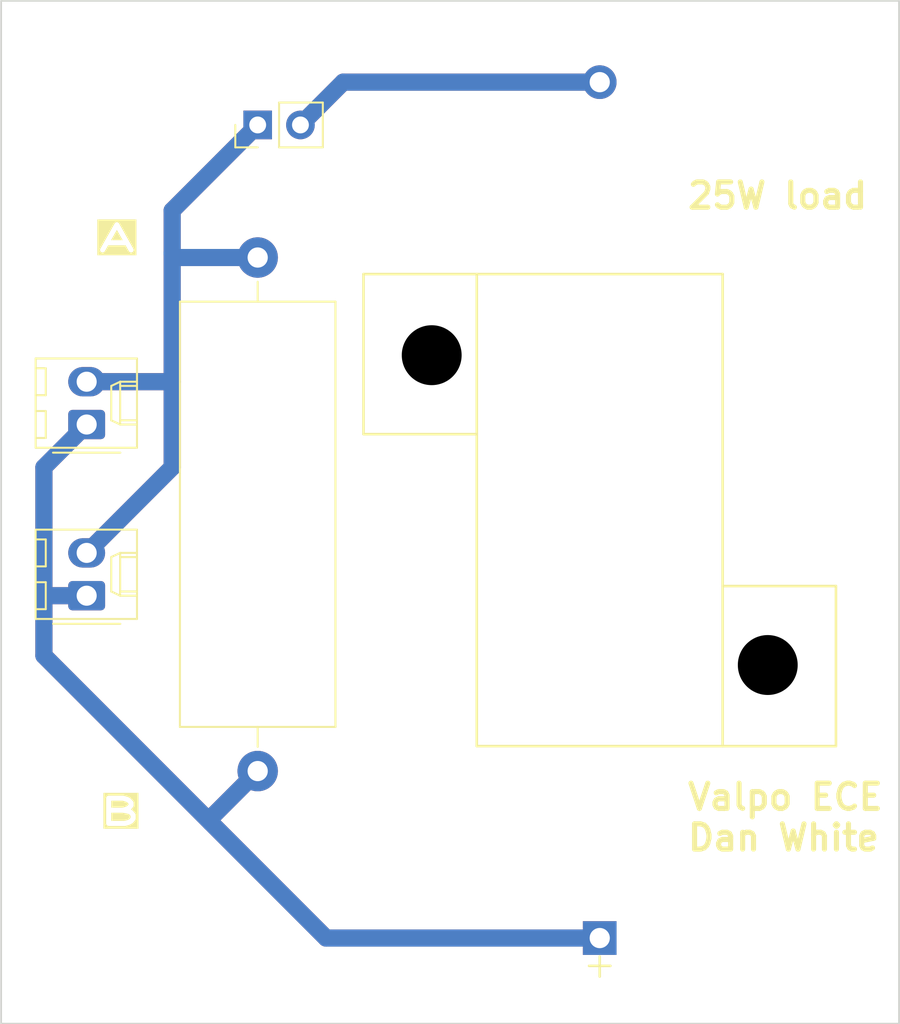
<source format=kicad_pcb>
(kicad_pcb (version 20221018) (generator pcbnew)
  (layers (0 "F.Cu" signal) (31 "B.Cu" signal) (34 "B.Paste" user) (35 "F.Paste" user) (36 "B.SilkS" user "B.Silkscreen") (37 "F.SilkS" user "F.Silkscreen") (38 "B.Mask" user) (39 "F.Mask" user) (44 "Edge.Cuts" user))
  (net 0 "")
  (net 1 "Net-(JP1-B)")
  (net 2 "/a")
  (net 3 "/b")
  (footprint "MountingHole:MountingHole_3.2mm_M3" (layer "F.Cu") (at 170.18 66.04)
    (fp_text reference "H2" hide)
    (fp_text value "MountingHole")
    (pad "" np_thru_hole circle (at 0 0) (size 3.2 3.2) (drill 3.2) (layers "*.Cu" "*.Mask"))
  )
  (footprint "Connector_Molex:Molex_KK-254_AE-6410-02A_1x02_P2.54mm_Vertical" (layer "F.Cu") (at 170.18 86.36 90)
    (fp_text reference "J1" hide)
    (fp_text value "Conn_01x02")
    (fp_line (start -1.67 -2) (end -1.67 2) (stroke (width 0.12)) (layer "F.SilkS"))
    (fp_line (start -1.38 -3.03) (end -1.38 2.99) (stroke (width 0.12)) (layer "F.SilkS"))
    (fp_line (start -1.38 2.99) (end 3.92 2.99) (stroke (width 0.12)) (layer "F.SilkS"))
    (fp_line (start -0.8 -3.03) (end -0.8 -2.43) (stroke (width 0.12)) (layer "F.SilkS"))
    (fp_line (start -0.8 -2.43) (end 0.8 -2.43) (stroke (width 0.12)) (layer "F.SilkS"))
    (fp_line (start 0 1.99) (end 0.25 1.46) (stroke (width 0.12)) (layer "F.SilkS"))
    (fp_line (start 0 1.99) (end 2.54 1.99) (stroke (width 0.12)) (layer "F.SilkS"))
    (fp_line (start 0 2.99) (end 0 1.99) (stroke (width 0.12)) (layer "F.SilkS"))
    (fp_line (start 0.25 1.46) (end 2.29 1.46) (stroke (width 0.12)) (layer "F.SilkS"))
    (fp_line (start 0.25 2.99) (end 0.25 1.99) (stroke (width 0.12)) (layer "F.SilkS"))
    (fp_line (start 0.8 -2.43) (end 0.8 -3.03) (stroke (width 0.12)) (layer "F.SilkS"))
    (fp_line (start 1.74 -3.03) (end 1.74 -2.43) (stroke (width 0.12)) (layer "F.SilkS"))
    (fp_line (start 1.74 -2.43) (end 3.34 -2.43) (stroke (width 0.12)) (layer "F.SilkS"))
    (fp_line (start 2.29 1.46) (end 2.54 1.99) (stroke (width 0.12)) (layer "F.SilkS"))
    (fp_line (start 2.29 2.99) (end 2.29 1.99) (stroke (width 0.12)) (layer "F.SilkS"))
    (fp_line (start 2.54 1.99) (end 2.54 2.99) (stroke (width 0.12)) (layer "F.SilkS"))
    (fp_line (start 3.34 -2.43) (end 3.34 -3.03) (stroke (width 0.12)) (layer "F.SilkS"))
    (fp_line (start 3.92 -3.03) (end -1.38 -3.03) (stroke (width 0.12)) (layer "F.SilkS"))
    (fp_line (start 3.92 2.99) (end 3.92 -3.03) (stroke (width 0.12)) (layer "F.SilkS"))
    (pad "1" thru_hole roundrect (at 0 0 90) (size 1.74 2.19) (drill 1.19) (layers "*.Cu" "*.Mask") (roundrect_rratio 0.1436781609) (net 3 "/b"))
    (pad "2" thru_hole oval (at 2.54 0 90) (size 1.74 2.19) (drill 1.19) (layers "*.Cu" "*.Mask") (net 2 "/a"))
  )
  (footprint "MountingHole:MountingHole_3.2mm_M3" (layer "F.Cu") (at 213.36 66.04)
    (fp_text reference "H1" hide)
    (fp_text value "MountingHole")
    (pad "" np_thru_hole circle (at 0 0) (size 3.2 3.2) (drill 3.2) (layers "*.Cu" "*.Mask"))
  )
  (footprint "MountingHole:MountingHole_3.2mm_M3" (layer "F.Cu") (at 170.18 116.84)
    (fp_text reference "H3" hide)
    (fp_text value "MountingHole")
    (pad "" np_thru_hole circle (at 0 0) (size 3.2 3.2) (drill 3.2) (layers "*.Cu" "*.Mask"))
  )
  (footprint "Resistor_THT:R_Axial_Power_L25.0mm_W9.0mm_P30.48mm" (layer "F.Cu") (at 180.34 76.449 -90)
    (fp_text reference "R1" hide)
    (fp_text value "270" hide)
    (fp_line (start 1.44 0) (end 2.62 0) (stroke (width 0.12)) (layer "F.SilkS"))
    (fp_line (start 2.62 -4.62) (end 2.62 4.62) (stroke (width 0.12)) (layer "F.SilkS"))
    (fp_line (start 2.62 4.62) (end 27.86 4.62) (stroke (width 0.12)) (layer "F.SilkS"))
    (fp_line (start 27.86 -4.62) (end 2.62 -4.62) (stroke (width 0.12)) (layer "F.SilkS"))
    (fp_line (start 27.86 4.62) (end 27.86 -4.62) (stroke (width 0.12)) (layer "F.SilkS"))
    (fp_line (start 29.04 0) (end 27.86 0) (stroke (width 0.12)) (layer "F.SilkS"))
    (pad "1" thru_hole circle (at 0 0 270) (size 2.4 2.4) (drill 1.2) (layers "*.Cu" "*.Mask") (net 2 "/a"))
    (pad "2" thru_hole oval (at 30.48 0 270) (size 2.4 2.4) (drill 1.2) (layers "*.Cu" "*.Mask") (net 3 "/b"))
  )
  (footprint "MountingHole:MountingHole_3.2mm_M3" (layer "F.Cu") (at 213.36 116.84)
    (fp_text reference "H4" hide)
    (fp_text value "MountingHole")
    (pad "" np_thru_hole circle (at 0 0) (size 3.2 3.2) (drill 3.2) (layers "*.Cu" "*.Mask"))
  )
  (footprint "Connector_PinHeader_2.54mm:PinHeader_1x02_P2.54mm_Vertical" (layer "F.Cu") (at 180.34 68.58 90)
    (fp_text reference "JP1" hide)
    (fp_text value "Jumper_2_Open")
    (fp_line (start -1.33 -1.33) (end 0 -1.33) (stroke (width 0.12)) (layer "F.SilkS"))
    (fp_line (start -1.33 0) (end -1.33 -1.33) (stroke (width 0.12)) (layer "F.SilkS"))
    (fp_line (start -1.33 1.27) (end -1.33 3.87) (stroke (width 0.12)) (layer "F.SilkS"))
    (fp_line (start -1.33 1.27) (end 1.33 1.27) (stroke (width 0.12)) (layer "F.SilkS"))
    (fp_line (start -1.33 3.87) (end 1.33 3.87) (stroke (width 0.12)) (layer "F.SilkS"))
    (fp_line (start 1.33 1.27) (end 1.33 3.87) (stroke (width 0.12)) (layer "F.SilkS"))
    (pad "1" thru_hole rect (at 0 0 90) (size 1.7 1.7) (drill 1) (layers "*.Cu" "*.Mask") (net 2 "/a"))
    (pad "2" thru_hole oval (at 0 2.54 90) (size 1.7 1.7) (drill 1) (layers "*.Cu" "*.Mask") (net 1 "Net-(JP1-B)"))
  )
  (footprint "footprints:KAL25FB25R0" (layer "F.Cu") (at 200.66 116.84 90)
    (fp_text reference "R2" hide)
    (fp_text value "25" hide)
    (fp_line (start -2.286 0) (end -1.09474 0) (stroke (width 0.1524)) (layer "F.SilkS"))
    (fp_line (start -1.651 -0.635) (end -1.651 0.635) (stroke (width 0.1524)) (layer "F.SilkS"))
    (fp_line (start 11.3919 -7.3025) (end 11.3919 7.3025) (stroke (width 0.1524)) (layer "F.SilkS"))
    (fp_line (start 11.3919 7.3025) (end 11.3919 14.0335) (stroke (width 0.1524)) (layer "F.SilkS"))
    (fp_line (start 11.3919 7.3025) (end 39.4081 7.3025) (stroke (width 0.1524)) (layer "F.SilkS"))
    (fp_line (start 11.3919 14.0335) (end 20.8915 14.0335) (stroke (width 0.1524)) (layer "F.SilkS"))
    (fp_line (start 20.8915 14.0335) (end 20.8915 7.3025) (stroke (width 0.1524)) (layer "F.SilkS"))
    (fp_line (start 29.9085 -14.0335) (end 29.9085 -7.3025) (stroke (width 0.1524)) (layer "F.SilkS"))
    (fp_line (start 39.4081 -14.0335) (end 29.9085 -14.0335) (stroke (width 0.1524)) (layer "F.SilkS"))
    (fp_line (start 39.4081 -7.3025) (end 11.3919 -7.3025) (stroke (width 0.1524)) (layer "F.SilkS"))
    (fp_line (start 39.4081 -7.3025) (end 39.4081 -14.0335) (stroke (width 0.1524)) (layer "F.SilkS"))
    (fp_line (start 39.4081 7.3025) (end 39.4081 -7.3025) (stroke (width 0.1524)) (layer "F.SilkS"))
    (pad "" np_thru_hole circle (at 16.2052 9.9822 90) (size 4.064 4.064) (drill 3.556) (layers))
    (pad "" np_thru_hole circle (at 34.5948 -9.9822 90) (size 4.064 4.064) (drill 3.556) (layers))
    (pad "1" thru_hole rect (at 0 0 90) (size 2 2) (drill 1.2) (layers "*.Cu" "*.Mask") (net 3 "/b"))
    (pad "2" thru_hole circle (at 50.8 0 90) (size 2 2) (drill 1.2) (layers "*.Cu" "*.Mask") (net 1 "Net-(JP1-B)"))
  )
  (footprint "Connector_Molex:Molex_KK-254_AE-6410-02A_1x02_P2.54mm_Vertical" (layer "F.Cu") (at 170.18 96.52 90)
    (fp_text reference "J2" hide)
    (fp_text value "Conn_01x02")
    (fp_line (start -1.67 -2) (end -1.67 2) (stroke (width 0.12)) (layer "F.SilkS"))
    (fp_line (start -1.38 -3.03) (end -1.38 2.99) (stroke (width 0.12)) (layer "F.SilkS"))
    (fp_line (start -1.38 2.99) (end 3.92 2.99) (stroke (width 0.12)) (layer "F.SilkS"))
    (fp_line (start -0.8 -3.03) (end -0.8 -2.43) (stroke (width 0.12)) (layer "F.SilkS"))
    (fp_line (start -0.8 -2.43) (end 0.8 -2.43) (stroke (width 0.12)) (layer "F.SilkS"))
    (fp_line (start 0 1.99) (end 0.25 1.46) (stroke (width 0.12)) (layer "F.SilkS"))
    (fp_line (start 0 1.99) (end 2.54 1.99) (stroke (width 0.12)) (layer "F.SilkS"))
    (fp_line (start 0 2.99) (end 0 1.99) (stroke (width 0.12)) (layer "F.SilkS"))
    (fp_line (start 0.25 1.46) (end 2.29 1.46) (stroke (width 0.12)) (layer "F.SilkS"))
    (fp_line (start 0.25 2.99) (end 0.25 1.99) (stroke (width 0.12)) (layer "F.SilkS"))
    (fp_line (start 0.8 -2.43) (end 0.8 -3.03) (stroke (width 0.12)) (layer "F.SilkS"))
    (fp_line (start 1.74 -3.03) (end 1.74 -2.43) (stroke (width 0.12)) (layer "F.SilkS"))
    (fp_line (start 1.74 -2.43) (end 3.34 -2.43) (stroke (width 0.12)) (layer "F.SilkS"))
    (fp_line (start 2.29 1.46) (end 2.54 1.99) (stroke (width 0.12)) (layer "F.SilkS"))
    (fp_line (start 2.29 2.99) (end 2.29 1.99) (stroke (width 0.12)) (layer "F.SilkS"))
    (fp_line (start 2.54 1.99) (end 2.54 2.99) (stroke (width 0.12)) (layer "F.SilkS"))
    (fp_line (start 3.34 -2.43) (end 3.34 -3.03) (stroke (width 0.12)) (layer "F.SilkS"))
    (fp_line (start 3.92 -3.03) (end -1.38 -3.03) (stroke (width 0.12)) (layer "F.SilkS"))
    (fp_line (start 3.92 2.99) (end 3.92 -3.03) (stroke (width 0.12)) (layer "F.SilkS"))
    (pad "1" thru_hole roundrect (at 0 0 90) (size 1.74 2.19) (drill 1.19) (layers "*.Cu" "*.Mask") (roundrect_rratio 0.1436781609) (net 3 "/b"))
    (pad "2" thru_hole oval (at 2.54 0 90) (size 1.74 2.19) (drill 1.19) (layers "*.Cu" "*.Mask") (net 2 "/a"))
  )
  (gr_rect (start 165.1 61.214) (end 218.44 121.92) (stroke (width 0.1)) (fill none) (layer "Edge.Cuts"))
  (gr_text "A" (at 170.688 76.2) (layer "F.SilkS" knockout) (effects (font (size 1.5 2.54) (thickness 0.3) bold) (justify left bottom)))
  (gr_text "25W load" (at 205.74 73.66) (layer "F.SilkS") (effects (font (size 1.5 1.5) (thickness 0.3) bold) (justify left bottom)))
  (gr_text "Valpo ECE\nDan White" (at 205.74 111.76) (layer "F.SilkS") (effects (font (size 1.5 1.5) (thickness 0.3) bold) (justify left bottom)))
  (gr_text "B" (at 170.688 110.236) (layer "F.SilkS" knockout) (effects (font (size 1.5 2.54) (thickness 0.3) bold) (justify left bottom)))
  (segment (start 200.66 66.04) (end 185.42 66.04) (width 1.016) (layer "F.Cu") (net 1))
  (segment (start 185.42 66.04) (end 182.88 68.58) (width 1.016) (layer "F.Cu") (net 1))
  (segment (start 185.42 66.04) (end 182.88 68.58) (width 1.016) (layer "B.Cu") (net 1))
  (segment (start 200.66 66.04) (end 185.42 66.04) (width 1.016) (layer "B.Cu") (net 1))
  (segment (start 175.26 88.9) (end 175.26 83.82) (width 1.016) (layer "F.Cu") (net 2))
  (segment (start 175.26 73.66) (end 180.34 68.58) (width 1.016) (layer "F.Cu") (net 2))
  (segment (start 170.18 93.98) (end 175.26 88.9) (width 1.016) (layer "F.Cu") (net 2))
  (segment (start 175.26 83.82) (end 170.18 83.82) (width 1.016) (layer "F.Cu") (net 2))
  (segment (start 175.26 83.82) (end 175.26 76.2) (width 1.016) (layer "F.Cu") (net 2))
  (segment (start 175.26 76.2) (end 175.509 76.449) (width 1.016) (layer "F.Cu") (net 2))
  (segment (start 175.26 76.2) (end 175.26 73.66) (width 1.016) (layer "F.Cu") (net 2))
  (segment (start 175.509 76.449) (end 180.34 76.449) (width 1.016) (layer "F.Cu") (net 2))
  (segment (start 175.26 83.82) (end 170.18 83.82) (width 1.016) (layer "B.Cu") (net 2))
  (segment (start 170.18 93.98) (end 175.26 88.9) (width 1.016) (layer "B.Cu") (net 2))
  (segment (start 175.26 76.2) (end 175.26 73.66) (width 1.016) (layer "B.Cu") (net 2))
  (segment (start 175.509 76.449) (end 180.34 76.449) (width 1.016) (layer "B.Cu") (net 2))
  (segment (start 175.26 88.9) (end 175.26 83.82) (width 1.016) (layer "B.Cu") (net 2))
  (segment (start 175.26 83.82) (end 175.26 76.2) (width 1.016) (layer "B.Cu") (net 2))
  (segment (start 175.26 76.2) (end 175.509 76.449) (width 1.016) (layer "B.Cu") (net 2))
  (segment (start 175.26 73.66) (end 180.34 68.58) (width 1.016) (layer "B.Cu") (net 2))
  (segment (start 167.64 100.076) (end 167.64 96.52) (width 1.016) (layer "F.Cu") (net 3))
  (segment (start 184.404 116.84) (end 177.546 109.982) (width 1.016) (layer "F.Cu") (net 3))
  (segment (start 177.546 109.723) (end 177.546 109.982) (width 1.016) (layer "F.Cu") (net 3))
  (segment (start 177.546 109.982) (end 167.64 100.076) (width 1.016) (layer "F.Cu") (net 3))
  (segment (start 167.64 96.52) (end 170.18 96.52) (width 1.016) (layer "F.Cu") (net 3))
  (segment (start 180.34 106.929) (end 177.546 109.723) (width 1.016) (layer "F.Cu") (net 3))
  (segment (start 167.64 96.52) (end 167.64 88.9) (width 1.016) (layer "F.Cu") (net 3))
  (segment (start 167.64 88.9) (end 170.18 86.36) (width 1.016) (layer "F.Cu") (net 3))
  (segment (start 200.66 116.84) (end 184.404 116.84) (width 1.016) (layer "F.Cu") (net 3))
  (segment (start 167.64 96.52) (end 167.64 88.9) (width 1.016) (layer "B.Cu") (net 3))
  (segment (start 167.64 96.52) (end 170.18 96.52) (width 1.016) (layer "B.Cu") (net 3))
  (segment (start 177.546 109.982) (end 167.64 100.076) (width 1.016) (layer "B.Cu") (net 3))
  (segment (start 184.404 116.84) (end 177.546 109.982) (width 1.016) (layer "B.Cu") (net 3))
  (segment (start 200.66 116.84) (end 184.404 116.84) (width 1.016) (layer "B.Cu") (net 3))
  (segment (start 167.64 100.076) (end 167.64 96.52) (width 1.016) (layer "B.Cu") (net 3))
  (segment (start 180.34 106.929) (end 177.546 109.723) (width 1.016) (layer "B.Cu") (net 3))
  (segment (start 167.64 88.9) (end 170.18 86.36) (width 1.016) (layer "B.Cu") (net 3))
  (segment (start 177.546 109.723) (end 177.546 109.982) (width 1.016) (layer "B.Cu") (net 3))
)
</source>
